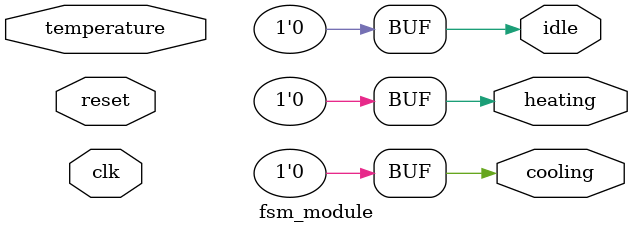
<source format=v>
module fsm_module ( 
  input clk,
  input reset,
  input temperature,
  output reg heating,
  output reg cooling,
  output reg idle
);

  parameter HEATING = 2'b00;
  parameter COOLING = 2'b01;
  parameter IDLE = 2'b10;
  parameter NEW_STATE = 2'b11;

  reg [1:0] current_state;
  reg [1:0] next_state;

  always @(posedge clk or posedge reset) begin
    if (reset) begin
      current_state <= IDLE;
    end else begin
      current_state <= next_state;
    end
  end

  always @(current_state or temperature) begin
    case (current_state)
      HEATING:
        begin
          heating = 1;
          cooling = 0;
          idle    = 0;
          next_state = (temperature >= 80) ? COOLING : HEATING;
        end
      COOLING:
        begin
          heating = 0;
          cooling = 1;
          idle    = 0;
          next_state = (temperature <= 70) ? HEATING : COOLING;
        end
      IDLE:
        begin
          heating = 0;
          cooling = 0;
          idle    = 1;
          next_state = (temperature >= 75) ? COOLING : (temperature <= 65) ? HEATING : IDLE;
        end
      NEW_STATE:
        begin
          heating = 0;
          cooling = 0;
          idle    = 0;
          next_state = IDLE;
        end
      default:
        begin
          heating = 0;
          cooling = 0;
          idle    = 1;
          next_state = IDLE;
        end
    endcase
  end
  
  always @(*) begin
    heating = 0;
    cooling = 0;
    idle    = 0;
  end
endmodule
</source>
